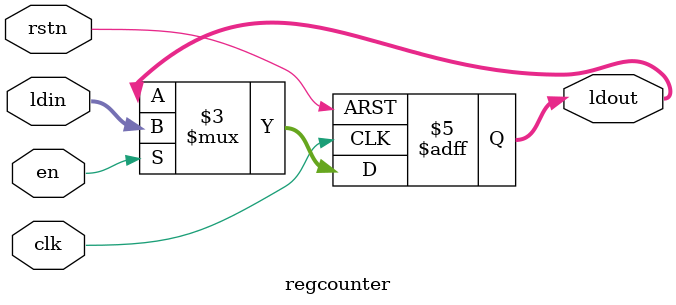
<source format=v>


module regcounter(rstn,clk,en,ldin,ldout);
parameter DATA_WIDTH   = 8;
input [DATA_WIDTH -1:0] ldin;

output reg [DATA_WIDTH -1:0] ldout;
input rstn,en,clk;

always@(posedge clk or negedge rstn)
begin
if(!rstn)
begin
ldout<=0;
end
else if(en)
begin
ldout<=ldin;
end
end
endmodule


</source>
